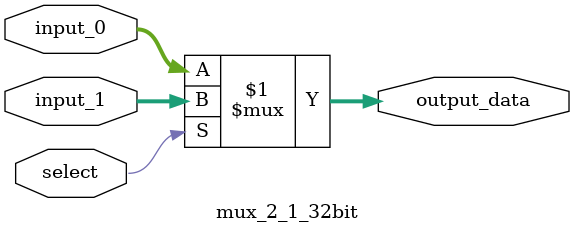
<source format=v>
`timescale 1ns / 1ps


module mux_2_1_32bit(input_0, input_1, select ,output_data);
input [31:0] input_0, input_1;
input select;
output [31:0] output_data;

assign output_data = (select)? input_1:input_0 ;
endmodule

</source>
